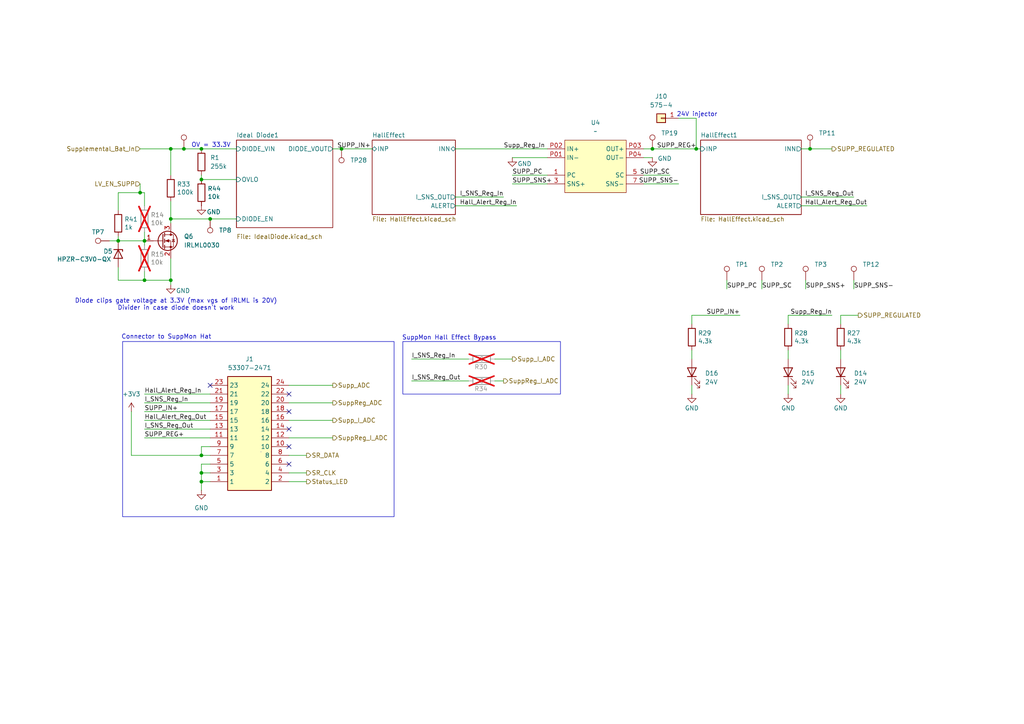
<source format=kicad_sch>
(kicad_sch (version 20250114) (generator "eeschema") (generator_version "9.0")
  (paper "A4")
  (lib_symbols
    (symbol "Connector:TestPoint" (pin_numbers (hide yes)) (pin_names (offset 0.762) (hide yes))
      (property "Reference" "TP" (at 0 6.858 0))
      (property "Value" "TestPoint" (at 0 5.08 0))
      (symbol "TestPoint_0_1"
        (circle (center 0 3.302) (radius 0.762))
      )
      (symbol "TestPoint_1_1"
        (pin passive line (at 0 0 90) (length 2.54) (name "1") (number "1"))
      )
    )
    (symbol "Connector_Generic:Conn_01x01" (pin_names (offset 1.016) (hide yes))
      (property "Reference" "J" (at 0 2.54 0))
      (property "Value" "Conn_01x01" (at 0 -2.54 0))
      (symbol "Conn_01x01_1_1"
        (rectangle (start -1.27 1.27) (end 1.27 -1.27) (stroke (width 0.254)) (fill (type background)))
        (rectangle (start -1.27 0.127) (end 0 -0.127) (stroke (width 0.1524)))
        (pin passive line (at -5.08 0 0) (length 3.81) (name "Pin_1") (number "1"))
      )
    )
    (symbol "Device:D_Zener" (pin_numbers (hide yes)) (pin_names (offset 1.016) (hide yes))
      (property "Reference" "D" (at 0 2.54 0))
      (property "Value" "D_Zener" (at 0 -2.54 0))
      (symbol "D_Zener_0_1"
        (polyline (pts (xy -1.27 -1.27) (xy -1.27 1.27) (xy -0.762 1.27)) (stroke (width 0.254)))
        (polyline (pts (xy 1.27 0) (xy -1.27 0)))
        (polyline (pts (xy 1.27 -1.27) (xy 1.27 1.27) (xy -1.27 0) (xy 1.27 -1.27)) (stroke (width 0.254)))
      )
      (symbol "D_Zener_1_1"
        (pin passive line (at -3.81 0 0) (length 2.54) (name "K") (number "1"))
        (pin passive line (at 3.81 0 180) (length 2.54) (name "A") (number "2"))
      )
    )
    (symbol "Device:LED" (pin_numbers (hide yes)) (pin_names (offset 1.016) (hide yes))
      (property "Reference" "D" (at 0 2.54 0))
      (property "Value" "LED" (at 0 -2.54 0))
      (symbol "LED_0_1"
        (polyline (pts (xy -3.048 -0.762) (xy -4.572 -2.286) (xy -3.81 -2.286) (xy -4.572 -2.286) (xy -4.572 -1.524)))
        (polyline (pts (xy -1.778 -0.762) (xy -3.302 -2.286) (xy -2.54 -2.286) (xy -3.302 -2.286) (xy -3.302 -1.524)))
        (polyline (pts (xy -1.27 0) (xy 1.27 0)))
        (polyline (pts (xy -1.27 -1.27) (xy -1.27 1.27)) (stroke (width 0.254)))
        (polyline (pts (xy 1.27 -1.27) (xy 1.27 1.27) (xy -1.27 0) (xy 1.27 -1.27)) (stroke (width 0.254)))
      )
      (symbol "LED_1_1"
        (pin passive line (at -3.81 0 0) (length 2.54) (name "K") (number "1"))
        (pin passive line (at 3.81 0 180) (length 2.54) (name "A") (number "2"))
      )
    )
    (symbol "Device:R" (pin_numbers (hide yes)) (pin_names (offset 0))
      (property "Reference" "R" (at 2.032 0 90))
      (property "Value" "R" (at 0 0 90))
      (symbol "R_0_1"
        (rectangle (start -1.016 -2.54) (end 1.016 2.54) (stroke (width 0.254)))
      )
      (symbol "R_1_1"
        (pin passive line (at 0 3.81 270) (length 1.27) (name "~") (number "1"))
        (pin passive line (at 0 -3.81 90) (length 1.27) (name "~") (number "2"))
      )
    )
    (symbol "Transistor_FET:IRLML0030" (pin_names (offset 0) (hide yes))
      (property "Reference" "Q" (at 5.08 1.905 0))
      (property "Value" "IRLML0030" (at 5.08 0 0))
      (symbol "IRLML0030_0_1"
        (polyline (pts (xy 0.254 1.905) (xy 0.254 -1.905)) (stroke (width 0.254)))
        (polyline (pts (xy 0.254 0) (xy -2.54 0)))
        (polyline (pts (xy 0.762 2.286) (xy 0.762 1.27)) (stroke (width 0.254)))
        (polyline (pts (xy 0.762 0.508) (xy 0.762 -0.508)) (stroke (width 0.254)))
        (polyline (pts (xy 0.762 -1.27) (xy 0.762 -2.286)) (stroke (width 0.254)))
        (polyline (pts (xy 0.762 -1.778) (xy 3.302 -1.778) (xy 3.302 1.778) (xy 0.762 1.778)))
        (polyline (pts (xy 1.016 0) (xy 2.032 0.381) (xy 2.032 -0.381) (xy 1.016 0)) (fill (type outline)))
        (circle (center 1.651 0) (radius 2.794) (stroke (width 0.254)))
        (polyline (pts (xy 2.54 2.54) (xy 2.54 1.778)))
        (circle (center 2.54 1.778) (radius 0.254) (fill (type outline)))
        (circle (center 2.54 -1.778) (radius 0.254) (fill (type outline)))
        (polyline (pts (xy 2.54 -2.54) (xy 2.54 0) (xy 0.762 0)))
        (polyline (pts (xy 2.921 0.381) (xy 3.683 0.381)))
        (polyline (pts (xy 3.302 0.381) (xy 2.921 -0.254) (xy 3.683 -0.254) (xy 3.302 0.381)))
      )
      (symbol "IRLML0030_1_1"
        (pin input line (at -5.08 0 0) (length 2.54) (name "G") (number "1"))
        (pin passive line (at 2.54 5.08 270) (length 2.54) (name "D") (number "3"))
        (pin passive line (at 2.54 -5.08 90) (length 2.54) (name "S") (number "2"))
      )
    )
    (symbol "power:+3V3" (power) (pin_numbers (hide yes)) (pin_names (offset 0) (hide yes))
      (property "Value" "+3V3" (at 0 3.556 0))
      (symbol "+3V3_0_1"
        (polyline (pts (xy -0.762 1.27) (xy 0 2.54)))
        (polyline (pts (xy 0 2.54) (xy 0.762 1.27)))
        (polyline (pts (xy 0 0) (xy 0 2.54)))
      )
      (symbol "+3V3_1_1"
        (pin power_in line (at 0 0 90) (length 0) (name "~") (number "1"))
      )
    )
    (symbol "power:GND" (power) (pin_numbers (hide yes)) (pin_names (offset 0) (hide yes))
      (property "Value" "GND" (at 0 -3.81 0))
      (symbol "GND_0_1"
        (polyline (pts (xy 0 0) (xy 0 -1.27) (xy 1.27 -1.27) (xy 0 -2.54) (xy -1.27 -1.27) (xy 0 -1.27)))
      )
      (symbol "GND_1_1"
        (pin power_in line (at 0 0 270) (length 0) (name "~") (number "1"))
      )
    )
    (symbol "utsvt_connectors:53307-2471"
      (property "Reference" "J" (at 10.16 7.62 0))
      (property "Value" "53307-2471" (at 4.826 5.08 0))
      (symbol "53307-2471_1_1"
        (rectangle (start 5.08 2.54) (end 17.78 -30.48) (stroke (width 0.254)) (fill (type background)))
        (pin passive line (at 0 0 0) (length 5.08) (name "24") (number "24"))
        (pin passive line (at 0 -2.54 0) (length 5.08) (name "22") (number "22"))
        (pin passive line (at 0 -5.08 0) (length 5.08) (name "20") (number "20"))
        (pin passive line (at 0 -7.62 0) (length 5.08) (name "18") (number "18"))
        (pin passive line (at 0 -10.16 0) (length 5.08) (name "16") (number "16"))
        (pin passive line (at 0 -12.7 0) (length 5.08) (name "14") (number "14"))
        (pin passive line (at 0 -15.24 0) (length 5.08) (name "12") (number "12"))
        (pin passive line (at 0 -17.78 0) (length 5.08) (name "10") (number "10"))
        (pin passive line (at 0 -20.32 0) (length 5.08) (name "8") (number "8"))
        (pin passive line (at 0 -22.86 0) (length 5.08) (name "6") (number "6"))
        (pin passive line (at 0 -25.4 0) (length 5.08) (name "4") (number "4"))
        (pin passive line (at 0 -27.94 0) (length 5.08) (name "2") (number "2"))
        (pin passive line (at 22.86 0 180) (length 5.08) (name "23") (number "23"))
        (pin passive line (at 22.86 -2.54 180) (length 5.08) (name "21") (number "21"))
        (pin passive line (at 22.86 -5.08 180) (length 5.08) (name "19") (number "19"))
        (pin passive line (at 22.86 -7.62 180) (length 5.08) (name "17") (number "17"))
        (pin passive line (at 22.86 -10.16 180) (length 5.08) (name "15") (number "15"))
        (pin passive line (at 22.86 -12.7 180) (length 5.08) (name "13") (number "13"))
        (pin passive line (at 22.86 -15.24 180) (length 5.08) (name "11") (number "11"))
        (pin passive line (at 22.86 -17.78 180) (length 5.08) (name "9") (number "9"))
        (pin passive line (at 22.86 -20.32 180) (length 5.08) (name "7") (number "7"))
        (pin passive line (at 22.86 -22.86 180) (length 5.08) (name "5") (number "5"))
        (pin passive line (at 22.86 -25.4 180) (length 5.08) (name "3") (number "3"))
        (pin passive line (at 22.86 -27.94 180) (length 5.08) (name "1") (number "1"))
      )
    )
    (symbol "utsvt_connectors:Maxi_Carrier_Connector"
      (property "Reference" "U" (at 0 0 0))
      (symbol "Maxi_Carrier_Connector_1_1"
        (rectangle (start -8.89 -2.54) (end 8.89 -17.78) (fill (type background)))
        (pin power_in line (at -13.97 -5.08 0) (length 5.08) (name "IN+") (number "P02"))
        (pin power_in line (at -13.97 -7.62 0) (length 5.08) (name "IN-") (number "P01"))
        (pin input line (at -13.97 -12.7 0) (length 5.08) (name "PC") (number "1"))
        (pin input line (at -13.97 -15.24 0) (length 5.08) (name "SNS+") (number "3"))
        (pin power_out line (at 13.97 -5.08 180) (length 5.08) (name "OUT+") (number "P03"))
        (pin power_out line (at 13.97 -7.62 180) (length 5.08) (name "OUT-") (number "P04"))
        (pin input line (at 13.97 -12.7 180) (length 5.08) (name "SC") (number "5"))
        (pin input line (at 13.97 -15.24 180) (length 5.08) (name "SNS-") (number "7"))
      )
    )
  )
  (rectangle (start 35.56 99.06) (end 114.3 149.86))
  (rectangle (start 116.84 99.06) (end 162.56 114.3))
  (text "24V injector" (at 202.184 33.274 0) (effects (font (size 1.27 1.27))))
  (text "Connector to SuppMon Hat" (at 48.26 97.79 0) (effects (font (size 1.27 1.27))))
  (text "OV = 33.3V" (at 61.214 42.164 0) (effects (font (size 1.27 1.27))))
  (text "Diode clips gate voltage at 3.3V (max vgs of IRLML is 20V)\nDivider in case diode doesn't work" (at 51.054 88.392 0) (effects (font (size 1.27 1.27))))
  (text "SuppMon Hall Effect Bypass" (at 130.302 98.044 0) (effects (font (size 1.27 1.27))))
  (text_box "" (at 75.692 131.064 0) (size 0 0) (margins 0.9525 0.9525 0.9525 0.9525) (effects (font (size 1.27 1.27)) (justify bottom)))
  (junction (at 201.93 43.18))
  (junction (at 189.23 43.18))
  (junction (at 99.06 43.18))
  (junction (at 58.42 139.7))
  (junction (at 49.53 43.18))
  (junction (at 49.53 81.28))
  (junction (at 234.95 43.18))
  (junction (at 34.29 69.85))
  (junction (at 53.34 43.18))
  (junction (at 41.91 69.85))
  (junction (at 41.91 81.28))
  (junction (at 49.53 63.5))
  (junction (at 60.96 63.5))
  (junction (at 58.42 43.18))
  (junction (at 40.64 55.88))
  (junction (at 58.42 132.08))
  (junction (at 58.42 137.16))
  (junction (at 58.42 52.07))
  (no_connect (at 83.82 134.62))
  (no_connect (at 83.82 129.54))
  (no_connect (at 83.82 124.46))
  (no_connect (at 83.82 119.38))
  (no_connect (at 83.82 114.3))
  (no_connect (at 60.96 111.76))
  (wire (pts (xy 41.91 119.38) (xy 60.96 119.38)))
  (wire (pts (xy 210.82 81.28) (xy 210.82 83.82)))
  (wire (pts (xy 58.42 43.18) (xy 68.58 43.18)))
  (wire (pts (xy 41.91 121.92) (xy 60.96 121.92)))
  (wire (pts (xy 31.75 69.85) (xy 34.29 69.85)))
  (wire (pts (xy 83.82 111.76) (xy 96.52 111.76)))
  (wire (pts (xy 143.51 104.14) (xy 148.59 104.14)))
  (wire (pts (xy 34.29 81.28) (xy 41.91 81.28)))
  (wire (pts (xy 41.91 116.84) (xy 60.96 116.84)))
  (wire (pts (xy 58.42 137.16) (xy 60.96 137.16)))
  (wire (pts (xy 232.41 43.18) (xy 234.95 43.18)))
  (wire (pts (xy 60.96 129.54) (xy 58.42 129.54)))
  (wire (pts (xy 34.29 55.88) (xy 34.29 60.96)))
  (wire (pts (xy 200.66 91.44) (xy 200.66 93.98)))
  (wire (pts (xy 243.84 91.44) (xy 243.84 93.98)))
  (wire (pts (xy 148.59 53.34) (xy 158.75 53.34)))
  (wire (pts (xy 99.06 43.18) (xy 107.95 43.18)))
  (wire (pts (xy 148.59 50.8) (xy 158.75 50.8)))
  (wire (pts (xy 132.08 59.69) (xy 149.86 59.69)))
  (wire (pts (xy 58.42 129.54) (xy 58.42 132.08)))
  (wire (pts (xy 58.42 132.08) (xy 60.96 132.08)))
  (wire (pts (xy 148.59 45.72) (xy 158.75 45.72)))
  (wire (pts (xy 60.96 63.5) (xy 68.58 63.5)))
  (wire (pts (xy 132.08 43.18) (xy 158.75 43.18)))
  (wire (pts (xy 58.42 139.7) (xy 58.42 142.24)))
  (wire (pts (xy 38.1 132.08) (xy 38.1 119.38)))
  (wire (pts (xy 49.53 63.5) (xy 49.53 64.77)))
  (wire (pts (xy 49.53 63.5) (xy 60.96 63.5)))
  (wire (pts (xy 41.91 78.74) (xy 41.91 81.28)))
  (wire (pts (xy 83.82 139.7) (xy 88.9 139.7)))
  (wire (pts (xy 234.95 43.18) (xy 241.3 43.18)))
  (wire (pts (xy 228.6 101.6) (xy 228.6 104.14)))
  (wire (pts (xy 34.29 55.88) (xy 40.64 55.88)))
  (wire (pts (xy 132.08 57.15) (xy 146.05 57.15)))
  (wire (pts (xy 194.31 50.8) (xy 186.69 50.8)))
  (wire (pts (xy 243.84 111.76) (xy 243.84 114.3)))
  (wire (pts (xy 228.6 91.44) (xy 228.6 93.98)))
  (wire (pts (xy 41.91 55.88) (xy 40.64 55.88)))
  (wire (pts (xy 41.91 81.28) (xy 49.53 81.28)))
  (wire (pts (xy 41.91 114.3) (xy 60.96 114.3)))
  (wire (pts (xy 243.84 91.44) (xy 248.92 91.44)))
  (wire (pts (xy 96.52 43.18) (xy 99.06 43.18)))
  (wire (pts (xy 119.38 110.49) (xy 135.89 110.49)))
  (wire (pts (xy 83.82 132.08) (xy 88.9 132.08)))
  (wire (pts (xy 49.53 43.18) (xy 53.34 43.18)))
  (wire (pts (xy 233.68 81.28) (xy 233.68 83.82)))
  (wire (pts (xy 200.66 111.76) (xy 200.66 114.3)))
  (wire (pts (xy 220.98 83.82) (xy 220.98 81.28)))
  (wire (pts (xy 186.69 53.34) (xy 196.85 53.34)))
  (wire (pts (xy 34.29 77.47) (xy 34.29 81.28)))
  (wire (pts (xy 232.41 57.15) (xy 247.65 57.15)))
  (wire (pts (xy 49.53 43.18) (xy 49.53 50.8)))
  (wire (pts (xy 49.53 58.42) (xy 49.53 63.5)))
  (wire (pts (xy 58.42 52.07) (xy 58.42 50.8)))
  (wire (pts (xy 60.96 134.62) (xy 58.42 134.62)))
  (wire (pts (xy 83.82 116.84) (xy 96.52 116.84)))
  (wire (pts (xy 58.42 134.62) (xy 58.42 137.16)))
  (wire (pts (xy 196.85 34.29) (xy 201.93 34.29)))
  (wire (pts (xy 34.29 68.58) (xy 34.29 69.85)))
  (wire (pts (xy 189.23 43.18) (xy 201.93 43.18)))
  (wire (pts (xy 53.34 43.18) (xy 58.42 43.18)))
  (wire (pts (xy 186.69 45.72) (xy 189.23 45.72)))
  (wire (pts (xy 34.29 69.85) (xy 41.91 69.85)))
  (wire (pts (xy 58.42 137.16) (xy 58.42 139.7)))
  (wire (pts (xy 119.38 104.14) (xy 135.89 104.14)))
  (wire (pts (xy 243.84 101.6) (xy 243.84 104.14)))
  (wire (pts (xy 83.82 127) (xy 96.52 127)))
  (wire (pts (xy 247.65 81.28) (xy 247.65 83.82)))
  (wire (pts (xy 58.42 52.07) (xy 68.58 52.07)))
  (wire (pts (xy 41.91 127) (xy 60.96 127)))
  (wire (pts (xy 232.41 59.69) (xy 251.46 59.69)))
  (wire (pts (xy 58.42 139.7) (xy 60.96 139.7)))
  (wire (pts (xy 49.53 74.93) (xy 49.53 81.28)))
  (wire (pts (xy 49.53 82.55) (xy 49.53 81.28)))
  (wire (pts (xy 41.91 124.46) (xy 60.96 124.46)))
  (wire (pts (xy 143.51 110.49) (xy 146.05 110.49)))
  (wire (pts (xy 41.91 67.31) (xy 41.91 69.85)))
  (wire (pts (xy 38.1 132.08) (xy 58.42 132.08)))
  (wire (pts (xy 200.66 91.44) (xy 214.63 91.44)))
  (wire (pts (xy 186.69 43.18) (xy 189.23 43.18)))
  (wire (pts (xy 200.66 101.6) (xy 200.66 104.14)))
  (wire (pts (xy 83.82 121.92) (xy 96.52 121.92)))
  (wire (pts (xy 201.93 34.29) (xy 201.93 43.18)))
  (wire (pts (xy 40.64 43.18) (xy 49.53 43.18)))
  (wire (pts (xy 41.91 69.85) (xy 41.91 71.12)))
  (wire (pts (xy 41.91 55.88) (xy 41.91 59.69)))
  (wire (pts (xy 228.6 111.76) (xy 228.6 114.3)))
  (wire (pts (xy 228.6 91.44) (xy 241.3 91.44)))
  (wire (pts (xy 201.93 43.18) (xy 203.2 43.18)))
  (wire (pts (xy 83.82 137.16) (xy 88.9 137.16)))
  (wire (pts (xy 40.64 53.34) (xy 40.64 55.88)))
  (label "Hall_Alert_Reg_Out" (at 251.46 59.69 180))
  (label "Hall_Alert_Reg_In" (at 41.91 114.3 0))
  (label "SUPP_PC" (at 210.82 83.82 0))
  (label "I_SNS_Reg_Out" (at 119.38 110.49 0))
  (label "Hall_Alert_Reg_In" (at 149.86 59.69 180))
  (label "SUPP_IN+" (at 97.79 43.18 0))
  (label "SUPP_REG+" (at 190.5 43.18 0))
  (label "SUPP_SNS-" (at 196.85 53.34 180))
  (label "SUPP_SC" (at 194.31 50.8 180))
  (label "SUPP_SNS+" (at 148.59 53.34 0))
  (label "SUPP_IN+" (at 214.63 91.44 180))
  (label "SUPP_SNS-" (at 247.65 83.82 0))
  (label "Hall_Alert_Reg_Out" (at 41.91 121.92 0))
  (label "I_SNS_Reg_Out" (at 247.65 57.15 180))
  (label "SUPP_REG+" (at 41.91 127 0))
  (label "SUPP_SC" (at 220.98 83.82 0))
  (label "SUPP_SNS+" (at 233.68 83.82 0))
  (label "Supp_Reg_In" (at 241.3 91.44 180))
  (label "SUPP_PC" (at 148.59 50.8 0))
  (label "SUPP_IN+" (at 41.91 119.38 0))
  (label "Supp_Reg_In" (at 146.05 43.18 0))
  (label "I_SNS_Reg_In" (at 119.38 104.14 0))
  (label "I_SNS_Reg_In" (at 41.91 116.84 0))
  (label "I_SNS_Reg_In" (at 146.05 57.15 180))
  (label "I_SNS_Reg_Out" (at 41.91 124.46 0))
  (hierarchical_label "Supplemental_Bat_In" (shape input) (at 40.64 43.18 180))
  (hierarchical_label "Supp_I_ADC" (shape output) (at 148.59 104.14 0))
  (hierarchical_label "Supp_I_ADC" (shape output) (at 96.52 121.92 0))
  (hierarchical_label "SuppReg_I_ADC" (shape output) (at 146.05 110.49 0))
  (hierarchical_label "SuppReg_I_ADC" (shape output) (at 96.52 127 0))
  (hierarchical_label "Supp_ADC" (shape output) (at 96.52 111.76 0))
  (hierarchical_label "SUPP_REGULATED" (shape output) (at 241.3 43.18 0))
  (hierarchical_label "SR_DATA" (shape output) (at 88.9 132.08 0))
  (hierarchical_label "LV_EN_SUPP" (shape input) (at 40.64 53.34 180))
  (hierarchical_label "SR_CLK" (shape output) (at 88.9 137.16 0))
  (hierarchical_label "SuppReg_ADC" (shape output) (at 96.52 116.84 0))
  (hierarchical_label "Status_LED" (shape output) (at 88.9 139.7 0))
  (hierarchical_label "SUPP_REGULATED" (shape output) (at 248.92 91.44 0))
  (symbol (lib_id "power:GND") (at 200.66 114.3 0) (unit 1)
    (property "Reference" "#PWR091" (effects (hide yes)))
    (property "Value" "GND" (at 200.66 118.364 0))
    (property "Description" "Power symbol creates a global label with name \"GND\" , ground" (effects (hide yes)))
  )
  (symbol (lib_id "Device:LED") (at 200.66 107.95 90) (unit 1)
    (property "Reference" "D16" (at 204.47 108.2674 90) (effects (justify right)))
    (property "Value" "24V" (at 204.47 110.8074 90) (effects (justify right)))
    (property "Footprint" "LED_SMD:LED_0603_1608Metric_Pad1.05x0.95mm_HandSolder" (effects (hide yes)))
    (property "Description" "Light emitting diode" (effects (hide yes)))
    (property "Sim.Pins" "1=K 2=A" (effects (hide yes)))
    (property "P/N" "XL-1608UBC-06A" (effects (hide yes)))
    (property "LSCC P/N" "C7371904" (effects (hide yes)))
    (property "Assemble" "Y" (effects (hide yes)))
  )
  (symbol (lib_id "power:GND") (at 58.42 142.24 0) (unit 1)
    (property "Reference" "#PWR07" (effects (hide yes)))
    (property "Value" "GND" (at 58.42 147.32 0))
    (property "Description" "Power symbol creates a global label with name \"GND\" , ground" (effects (hide yes)))
  )
  (symbol (lib_id "Connector:TestPoint") (at 210.82 81.28 0) (unit 1) (in_bom no)
    (property "Reference" "TP1" (at 213.36 76.7079 0) (effects (justify left)))
    (property "Value" "TestPoint" (effects (hide yes)))
    (property "Footprint" "TestPoint:TestPoint_Pad_D2.5mm" (effects (hide yes)))
    (property "Description" "test point" (effects (hide yes)))
    (property "Assemble" "N" (effects (hide yes)))
  )
  (symbol (lib_id "utsvt_connectors:53307-2471") (at 83.82 111.76 0) (mirror y) (unit 1)
    (property "Reference" "J1" (at 72.39 104.14 0))
    (property "Value" "53307-2471" (at 72.39 106.68 0))
    (property "Footprint" "LV Carrier Library:SuppMon" (effects (hide yes)))
    (property "Datasheet" "https://www.mouser.com/ProductDetail/Molex/53307-2471?qs=3DzawVMofg%252Bx9c%2FNm7UacA%3D%3D&srsltid=AfmBOoo3FTqnn7XO26oYn_ClMzJiJKKwJ7tetIIyKygtiKxENiX6ckUY" (effects (hide yes)))
    (property "Description" "Board to Board & Mezzanine Connectors 0.8 BtB WaferAssy ST SMT 24Ckt EmbsTpPkg" (effects (hide yes)))
    (property "P/N" "53307-2471" (effects (hide yes)))
    (property "Height" "3.85" (effects (hide yes)))
    (property "Mouser Part Number" "538-53307-2471" (effects (hide yes)))
    (property "Assemble" "N" (effects (hide yes)))
  )
  (symbol (lib_id "Device:R") (at 49.53 54.61 0) (unit 1)
    (property "Reference" "R33" (at 51.308 53.4416 0) (effects (justify left)))
    (property "Value" "100k" (at 51.308 55.753 0) (effects (justify left)))
    (property "Footprint" "Resistor_SMD:R_0603_1608Metric_Pad0.98x0.95mm_HandSolder" (effects (hide yes)))
    (property "Description" "Resistor" (effects (hide yes)))
    (property "P/N" "CRCW0603100KFKEE" (effects (hide yes)))
    (property "LSCC P/N" "C25803" (effects (hide yes)))
    (property "Assemble" "Y" (effects (hide yes)))
  )
  (symbol (lib_id "power:GND") (at 243.84 114.3 0) (unit 1)
    (property "Reference" "#PWR089" (effects (hide yes)))
    (property "Value" "GND" (at 243.84 118.364 0))
    (property "Description" "Power symbol creates a global label with name \"GND\" , ground" (effects (hide yes)))
  )
  (symbol (lib_id "power:GND") (at 148.59 45.72 0) (unit 1)
    (property "Reference" "#PWR02" (effects (hide yes)))
    (property "Value" "GND" (at 152.146 47.498 0))
    (property "Description" "Power symbol creates a global label with name \"GND\" , ground" (effects (hide yes)))
  )
  (symbol (lib_id "Connector:TestPoint") (at 220.98 81.28 0) (unit 1) (in_bom no)
    (property "Reference" "TP2" (at 223.52 76.7079 0) (effects (justify left)))
    (property "Value" "TestPoint" (effects (hide yes)))
    (property "Footprint" "TestPoint:TestPoint_Pad_D2.5mm" (effects (hide yes)))
    (property "Description" "test point" (effects (hide yes)))
    (property "Assemble" "N" (effects (hide yes)))
  )
  (symbol (lib_id "Device:D_Zener") (at 34.29 73.66 270) (unit 1)
    (property "Reference" "D5" (at 29.972 72.898 90) (effects (justify left)))
    (property "Value" "HPZR-C3V0-QX" (at 16.51 75.184 90) (effects (justify left)))
    (property "Footprint" "LV Carrier Library:HPZRC3V0QX" (effects (hide yes)))
    (property "Datasheet" "https://www.mouser.com/ProductDetail/Nexperia/HPZR-C3V0-QX?qs=ZcfC38r4PotezQdyWez34A%3D%3D" (effects (hide yes)))
    (property "Description" "Zener diode" (effects (hide yes)))
    (property "P/N" "HPZR-C3V0-QX" (effects (hide yes)))
  )
  (symbol (lib_id "power:GND") (at 228.6 114.3 0) (unit 1)
    (property "Reference" "#PWR090" (effects (hide yes)))
    (property "Value" "GND" (at 228.6 118.364 0))
    (property "Description" "Power symbol creates a global label with name \"GND\" , ground" (effects (hide yes)))
  )
  (symbol (lib_id "Connector:TestPoint") (at 53.34 43.18 0) (unit 1) (in_bom no)
    (property "Reference" "TP21" (effects (hide yes)))
    (property "Value" "TestPoint" (effects (hide yes)))
    (property "Footprint" "TestPoint:TestPoint_THTPad_D3.0mm_Drill1.5mm" (effects (hide yes)))
    (property "Description" "test point" (effects (hide yes)))
    (property "Assemble" "N" (effects (hide yes)))
  )
  (symbol (lib_id "Device:R") (at 200.66 97.79 0) (unit 1)
    (property "Reference" "R29" (at 202.438 96.6216 0) (effects (justify left)))
    (property "Value" "4.3k" (at 202.438 98.933 0) (effects (justify left)))
    (property "Footprint" "Resistor_SMD:R_0603_1608Metric_Pad0.98x0.95mm_HandSolder" (effects (hide yes)))
    (property "Description" "Resistor" (effects (hide yes)))
    (property "P/N" "CRCW06034K30FKTA " (effects (hide yes)))
    (property "LSCC P/N" "C23162" (effects (hide yes)))
    (property "Assemble" "Y" (effects (hide yes)))
  )
  (symbol (lib_id "Connector:TestPoint") (at 233.68 81.28 0) (unit 1) (in_bom no)
    (property "Reference" "TP3" (at 236.22 76.7079 0) (effects (justify left)))
    (property "Value" "TestPoint" (effects (hide yes)))
    (property "Footprint" "TestPoint:TestPoint_Pad_D2.5mm" (effects (hide yes)))
    (property "Description" "test point" (effects (hide yes)))
    (property "Assemble" "N" (effects (hide yes)))
  )
  (symbol (lib_id "Device:R") (at 41.91 63.5 0) (unit 1) (dnp yes)
    (property "Reference" "R14" (at 43.688 62.3316 0) (effects (justify left)))
    (property "Value" "10k" (at 43.688 64.643 0) (effects (justify left)))
    (property "Footprint" "Resistor_SMD:R_0603_1608Metric_Pad0.98x0.95mm_HandSolder" (effects (hide yes)))
    (property "Description" "Resistor" (effects (hide yes)))
    (property "P/N" "CRCW060310K0FKEI " (effects (hide yes)))
    (property "LSCC P/N" "C25804" (effects (hide yes)))
    (property "Assemble" "N" (effects (hide yes)))
  )
  (symbol (lib_id "Device:R") (at 58.42 55.88 0) (unit 1)
    (property "Reference" "R44" (at 60.198 54.7116 0) (effects (justify left)))
    (property "Value" "10k" (at 60.198 57.023 0) (effects (justify left)))
    (property "Footprint" "Resistor_SMD:R_0603_1608Metric_Pad0.98x0.95mm_HandSolder" (effects (hide yes)))
    (property "Datasheet" "https://www.mouser.com/ProductDetail/Vishay/CRCW060310K0FKEI?qs=3qWEzBg5KnKofE%252B8acPBRA%3D%3D&srsltid=AfmBOoqKim6ih2rJJ1EIhwDCT-JirqUJIep-ZlqxnK3BQM3p3g1ka950" (effects (hide yes)))
    (property "Description" "Resistor" (effects (hide yes)))
    (property "P/N" "CRCW060310K0FKEI " (effects (hide yes)))
    (property "LSCC P/N" "C25804" (effects (hide yes)))
    (property "Assemble" "Y" (effects (hide yes)))
  )
  (symbol (lib_id "Connector:TestPoint") (at 99.06 43.18 180) (unit 1) (in_bom no)
    (property "Reference" "TP28" (at 101.6 46.4819 0) (effects (justify right)))
    (property "Value" "TestPoint" (effects (hide yes)))
    (property "Footprint" "TestPoint:TestPoint_Pad_D2.5mm" (effects (hide yes)))
    (property "Description" "test point" (effects (hide yes)))
    (property "Assemble" "N" (effects (hide yes)))
  )
  (symbol (lib_id "Device:LED") (at 243.84 107.95 90) (unit 1)
    (property "Reference" "D14" (at 247.65 108.2674 90) (effects (justify right)))
    (property "Value" "24V" (at 247.65 110.8074 90) (effects (justify right)))
    (property "Footprint" "LED_SMD:LED_0603_1608Metric_Pad1.05x0.95mm_HandSolder" (effects (hide yes)))
    (property "Description" "Light emitting diode" (effects (hide yes)))
    (property "Sim.Pins" "1=K 2=A" (effects (hide yes)))
    (property "P/N" "XL-1608UBC-06A" (effects (hide yes)))
    (property "LSCC P/N" "C7371904" (effects (hide yes)))
    (property "Assemble" "Y" (effects (hide yes)))
  )
  (symbol (lib_id "Device:R") (at 228.6 97.79 0) (unit 1)
    (property "Reference" "R28" (at 230.378 96.6216 0) (effects (justify left)))
    (property "Value" "4.3k" (at 230.378 98.933 0) (effects (justify left)))
    (property "Footprint" "Resistor_SMD:R_0603_1608Metric_Pad0.98x0.95mm_HandSolder" (effects (hide yes)))
    (property "Description" "Resistor" (effects (hide yes)))
    (property "P/N" "CRCW06034K30FKTA " (effects (hide yes)))
    (property "LSCC P/N" "C23162" (effects (hide yes)))
    (property "Assemble" "Y" (effects (hide yes)))
  )
  (symbol (lib_id "Device:LED") (at 228.6 107.95 90) (unit 1)
    (property "Reference" "D15" (at 232.41 108.2674 90) (effects (justify right)))
    (property "Value" "24V" (at 232.41 110.8074 90) (effects (justify right)))
    (property "Footprint" "LED_SMD:LED_0603_1608Metric_Pad1.05x0.95mm_HandSolder" (effects (hide yes)))
    (property "Description" "Light emitting diode" (effects (hide yes)))
    (property "Sim.Pins" "1=K 2=A" (effects (hide yes)))
    (property "P/N" "XL-1608UBC-06A" (effects (hide yes)))
    (property "LSCC P/N" "C7371904" (effects (hide yes)))
    (property "Assemble" "Y" (effects (hide yes)))
  )
  (symbol (lib_id "Device:R") (at 41.91 74.93 0) (unit 1) (dnp yes)
    (property "Reference" "R15" (at 43.688 73.7616 0) (effects (justify left)))
    (property "Value" "10k" (at 43.688 76.073 0) (effects (justify left)))
    (property "Footprint" "Resistor_SMD:R_0603_1608Metric_Pad0.98x0.95mm_HandSolder" (effects (hide yes)))
    (property "Description" "Resistor" (effects (hide yes)))
    (property "P/N" "CRCW060310K0FKEI " (effects (hide yes)))
    (property "LSCC P/N" "C25804" (effects (hide yes)))
    (property "Assemble" "N" (effects (hide yes)))
  )
  (symbol (lib_id "power:GND") (at 189.23 45.72 0) (unit 1)
    (property "Reference" "#PWR05" (effects (hide yes)))
    (property "Value" "GND" (at 192.786 45.974 0))
    (property "Description" "Power symbol creates a global label with name \"GND\" , ground" (effects (hide yes)))
  )
  (symbol (lib_id "Device:R") (at 58.42 46.99 0) (unit 1)
    (property "Reference" "R1" (at 60.96 45.7199 0) (effects (justify left)))
    (property "Value" "255k" (at 60.96 48.2599 0) (effects (justify left)))
    (property "Footprint" "Resistor_SMD:R_0603_1608Metric_Pad0.98x0.95mm_HandSolder" (effects (hide yes)))
    (property "Description" "Resistor" (effects (hide yes)))
    (property "P/N" "CRCW0603255KFKEA" (effects (hide yes)))
    (property "LSCC P/N" "C23354" (effects (hide yes)))
    (property "Assemble" "Y" (effects (hide yes)))
  )
  (symbol (lib_id "power:GND") (at 49.53 82.55 0) (unit 1)
    (property "Reference" "#PWR037" (effects (hide yes)))
    (property "Value" "GND" (at 53.086 84.328 0))
    (property "Description" "Power symbol creates a global label with name \"GND\" , ground" (effects (hide yes)))
  )
  (symbol (lib_id "Device:R") (at 243.84 97.79 0) (unit 1)
    (property "Reference" "R27" (at 245.618 96.6216 0) (effects (justify left)))
    (property "Value" "4.3k" (at 245.618 98.933 0) (effects (justify left)))
    (property "Footprint" "Resistor_SMD:R_0603_1608Metric_Pad0.98x0.95mm_HandSolder" (effects (hide yes)))
    (property "Description" "Resistor" (effects (hide yes)))
    (property "P/N" "CRCW06034K30FKTA " (effects (hide yes)))
    (property "LSCC P/N" "C23162" (effects (hide yes)))
    (property "Assemble" "Y" (effects (hide yes)))
  )
  (symbol (lib_id "Connector:TestPoint") (at 31.75 69.85 90) (unit 1) (in_bom no)
    (property "Reference" "TP7" (at 28.448 67.31 90))
    (property "Value" "TestPoint" (effects (hide yes)))
    (property "Footprint" "TestPoint:TestPoint_Pad_D2.5mm" (effects (hide yes)))
    (property "Description" "test point" (effects (hide yes)))
    (property "Assemble" "N" (effects (hide yes)))
  )
  (symbol (lib_id "utsvt_connectors:Maxi_Carrier_Connector") (at 172.72 38.1 0) (unit 1)
    (property "Reference" "U4" (at 172.72 35.56 0))
    (property "Value" "~" (at 172.72 38.1 0))
    (property "Footprint" "LV Carrier Library:Maxi_Carrier_Connector" (effects (hide yes)))
    (property "Datasheet" "https://suddendocs.samtec.com/productspecs/et60s-et60t.pdf" (effects (hide yes)))
    (property "Description" "Maxi DC-DC Converter Carrier Vertical PCB Mount Connector" (effects (hide yes)))
    (property "P/N" "SAMTEC_ET60S-D02-3-08-D02-X-V1-S" (effects (hide yes)))
    (property "Assemble" "N" (effects (hide yes)))
  )
  (symbol (lib_id "Device:R") (at 139.7 110.49 90) (unit 1) (dnp yes)
    (property "Reference" "R34" (at 141.478 112.776 90) (effects (justify left)))
    (property "Value" "0" (at 140.462 110.49 90) (effects (justify left)))
    (property "Footprint" "Resistor_SMD:R_0603_1608Metric_Pad0.98x0.95mm_HandSolder" (effects (hide yes)))
    (property "Description" "Resistor" (effects (hide yes)))
    (property "P/N" "CRCW06030000Z0EE" (effects (hide yes)))
    (property "LSCC P/N" "C21189" (effects (hide yes)))
    (property "Assemble" "N" (effects (hide yes)))
  )
  (symbol (lib_id "Connector_Generic:Conn_01x01") (at 191.77 34.29 0) (mirror y) (unit 1)
    (property "Reference" "J10" (at 191.77 27.94 0))
    (property "Value" "575-4" (at 191.77 30.48 0))
    (property "Footprint" "UTSVT_Connectors:5754" (effects (hide yes)))
    (property "Description" "Generic connector, single row, 01x01, script generated (kicad-library-utils/schlib/autogen/connector/)" (effects (hide yes)))
    (property "P/N" "575-4" (effects (hide yes)))
    (property "Mouser P/N" "534-575-4" (effects (hide yes)))
    (property "Digikey P/N" "36-575-4-ND" (effects (hide yes)))
    (property "Assemble" "N" (effects (hide yes)))
  )
  (symbol (lib_id "Connector:TestPoint") (at 189.23 43.18 0) (unit 1) (in_bom no)
    (property "Reference" "TP19" (at 191.77 38.6079 0) (effects (justify left)))
    (property "Value" "TestPoint" (effects (hide yes)))
    (property "Footprint" "TestPoint:TestPoint_THTPad_D3.0mm_Drill1.5mm" (effects (hide yes)))
    (property "Description" "test point" (effects (hide yes)))
    (property "Assemble" "N" (effects (hide yes)))
  )
  (symbol (lib_id "Device:R") (at 34.29 64.77 0) (unit 1)
    (property "Reference" "R41" (at 36.068 63.6016 0) (effects (justify left)))
    (property "Value" "1k" (at 36.068 65.913 0) (effects (justify left)))
    (property "Footprint" "Resistor_SMD:R_0603_1608Metric_Pad0.98x0.95mm_HandSolder" (effects (hide yes)))
    (property "Datasheet" "https://www.mouser.com/ProductDetail/Vishay/CRCW06031K00FKEI?qs=%252B6g0mu59x7LmDUigK4duvw%3D%3D&srsltid=AfmBOoq-qbpfAjzhtzCNjmKpq35FQ1BHTaIyFUz28_1v8HZaKbIrwYgN" (effects (hide yes)))
    (property "Description" "Resistor" (effects (hide yes)))
    (property "P/N" "CRCW06031K00FKEI " (effects (hide yes)))
    (property "LSCC P/N" "C21190" (effects (hide yes)))
    (property "Assemble" "Y" (effects (hide yes)))
  )
  (symbol (lib_id "Connector:TestPoint") (at 247.65 81.28 0) (unit 1) (in_bom no)
    (property "Reference" "TP12" (at 250.19 76.7079 0) (effects (justify left)))
    (property "Value" "TestPoint" (effects (hide yes)))
    (property "Footprint" "TestPoint:TestPoint_Pad_D2.5mm" (effects (hide yes)))
    (property "Description" "test point" (effects (hide yes)))
    (property "Assemble" "N" (effects (hide yes)))
  )
  (symbol (lib_id "Device:R") (at 139.7 104.14 90) (unit 1) (dnp yes)
    (property "Reference" "R30" (at 141.478 106.426 90) (effects (justify left)))
    (property "Value" "0" (at 140.462 104.14 90) (effects (justify left)))
    (property "Footprint" "Resistor_SMD:R_0603_1608Metric_Pad0.98x0.95mm_HandSolder" (effects (hide yes)))
    (property "Description" "Resistor" (effects (hide yes)))
    (property "P/N" "CRCW06030000Z0EE" (effects (hide yes)))
    (property "LSCC P/N" "C21189" (effects (hide yes)))
    (property "Assemble" "N" (effects (hide yes)))
  )
  (symbol (lib_id "Transistor_FET:IRLML0030") (at 46.99 69.85 0) (unit 1)
    (property "Reference" "Q6" (at 53.34 68.5799 0) (effects (justify left)))
    (property "Value" "IRLML0030" (at 53.34 71.1199 0) (effects (justify left)))
    (property "Footprint" "Package_TO_SOT_SMD:SOT-23" (effects (hide yes)))
    (property "Datasheet" "https://www.infineon.com/dgdl/irlml0030pbf.pdf?fileId=5546d462533600a401535664773825df" (effects (hide yes)))
    (property "Description" "5.3A Id, 30V Vds, 27mOhm Rds, N-Channel HEXFET Power MOSFET, SOT-23" (effects (hide yes)))
    (property "LSCC P/N" "C67272" (effects (hide yes)))
    (property "P/N" "IRLML0030" (effects (hide yes)))
    (property "Assemble" "Y" (effects (hide yes)))
  )
  (symbol (lib_id "power:+3V3") (at 38.1 119.38 0) (unit 1)
    (property "Reference" "#PWR015" (effects (hide yes)))
    (property "Value" "+3V3" (at 38.1 114.3 0))
    (property "Description" "Power symbol creates a global label with name \"+3V3\"" (effects (hide yes)))
  )
  (symbol (lib_id "power:GND") (at 58.42 59.69 0) (unit 1)
    (property "Reference" "#PWR039" (effects (hide yes)))
    (property "Value" "GND" (at 61.976 61.468 0))
    (property "Description" "Power symbol creates a global label with name \"GND\" , ground" (effects (hide yes)))
  )
  (symbol (lib_id "Connector:TestPoint") (at 234.95 43.18 0) (unit 1) (in_bom no)
    (property "Reference" "TP11" (at 237.49 38.6079 0) (effects (justify left)))
    (property "Value" "TestPoint" (effects (hide yes)))
    (property "Footprint" "TestPoint:TestPoint_THTPad_D3.0mm_Drill1.5mm" (effects (hide yes)))
    (property "Description" "test point" (effects (hide yes)))
    (property "Assemble" "N" (effects (hide yes)))
  )
  (symbol (lib_id "Connector:TestPoint") (at 60.96 63.5 180) (unit 1) (in_bom no)
    (property "Reference" "TP8" (at 63.5 66.8019 0) (effects (justify right)))
    (property "Value" "TestPoint" (effects (hide yes)))
    (property "Footprint" "TestPoint:TestPoint_Pad_D2.5mm" (effects (hide yes)))
    (property "Description" "test point" (effects (hide yes)))
    (property "Assemble" "N" (effects (hide yes)))
  )
  (sheet (at 203.2 40.64) (size 29.21 21.59) (stroke (width 0.1524))
    (property "Sheetname" "HallEffect1" (at 203.2 39.9284 0) (effects (justify left bottom)))
    (property "Sheetfile" "HallEffect.kicad_sch" (at 203.2 62.8146 0) (effects (justify left top)))
    (pin "INP" input (at 203.2 43.18 180))
    (pin "I_SNS_OUT" output (at 232.41 57.15 0))
    (pin "INN" output (at 232.41 43.18 0))
    (pin "ALERT" output (at 232.41 59.69 0))
  )
  (sheet (at 68.58 40.64) (size 27.94 25.4) (stroke (width 0.1524))
    (property "Sheetname" "Ideal Diode1" (at 68.58 39.9284 0) (effects (justify left bottom)))
    (property "Sheetfile" "IdealDiode.kicad_sch" (at 68.58 67.8946 0) (effects (justify left top)))
    (pin "DIODE_VIN" input (at 68.58 43.18 180))
    (pin "DIODE_EN" input (at 68.58 63.5 180))
    (pin "DIODE_VOUT" output (at 96.52 43.18 0))
    (pin "OVLO" input (at 68.58 52.07 180))
  )
  (sheet (at 107.95 40.64) (size 24.13 21.59) (stroke (width 0.1524))
    (property "Sheetname" "HallEffect" (at 107.95 39.9284 0) (effects (justify left bottom)))
    (property "Sheetfile" "HallEffect.kicad_sch" (at 107.95 62.8146 0) (effects (justify left top)))
    (pin "INP" bidirectional (at 107.95 43.18 180))
    (pin "I_SNS_OUT" output (at 132.08 57.15 0))
    (pin "INN" bidirectional (at 132.08 43.18 0))
    (pin "ALERT" output (at 132.08 59.69 0))
  )
)
</source>
